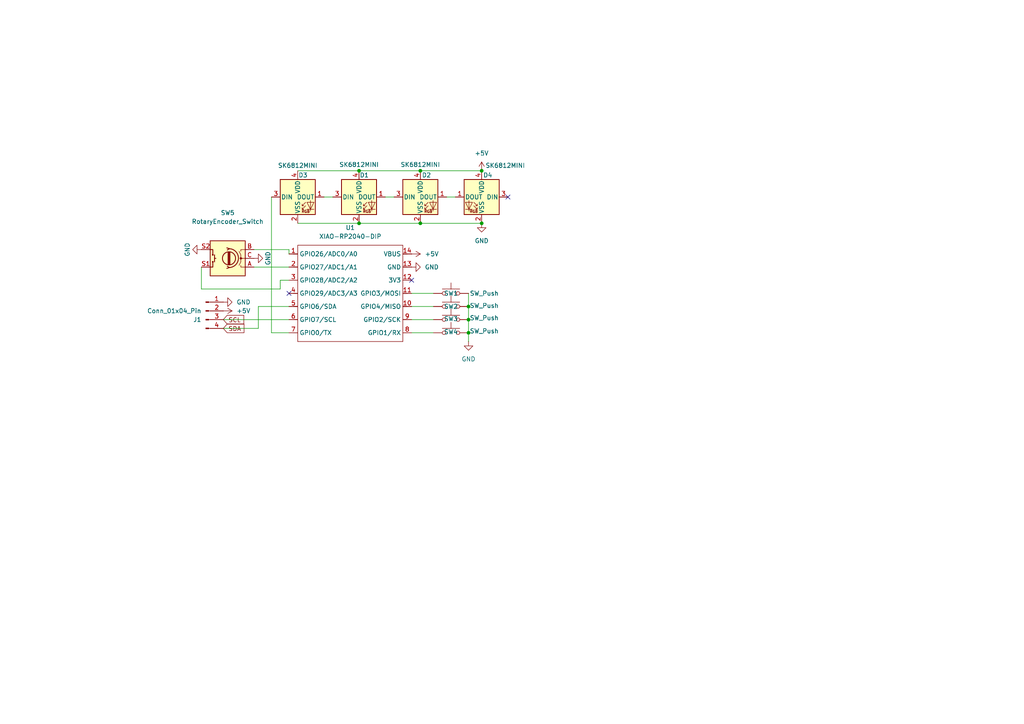
<source format=kicad_sch>
(kicad_sch (version 20231120) (generator "eeschema") (generator_version "8.0")
  (paper "A4")
  (lib_symbols
    (symbol "Connector:Conn_01x04_Pin" (pin_names (offset 1.016) hide)
      (property "Reference" "J" (at 0 5.08 0))
      (property "Value" "Conn_01x04_Pin" (at 0 -7.62 0))
      (symbol "Conn_01x04_Pin_1_1"
        (polyline (pts (xy 1.27 -5.08) (xy 0.8636 -5.08)) (stroke (width 0.1524)))
        (polyline (pts (xy 1.27 -2.54) (xy 0.8636 -2.54)) (stroke (width 0.1524)))
        (polyline (pts (xy 1.27 0) (xy 0.8636 0)) (stroke (width 0.1524)))
        (polyline (pts (xy 1.27 2.54) (xy 0.8636 2.54)) (stroke (width 0.1524)))
        (rectangle (start 0.8636 -4.953) (end 0 -5.207) (stroke (width 0.1524)) (fill (type outline)))
        (rectangle (start 0.8636 -2.413) (end 0 -2.667) (stroke (width 0.1524)) (fill (type outline)))
        (rectangle (start 0.8636 0.127) (end 0 -0.127) (stroke (width 0.1524)) (fill (type outline)))
        (rectangle (start 0.8636 2.667) (end 0 2.413) (stroke (width 0.1524)) (fill (type outline)))
        (pin passive line (at 5.08 2.54 180) (length 3.81) (name "Pin_1") (number "1"))
        (pin passive line (at 5.08 0 180) (length 3.81) (name "Pin_2") (number "2"))
        (pin passive line (at 5.08 -2.54 180) (length 3.81) (name "Pin_3") (number "3"))
        (pin passive line (at 5.08 -5.08 180) (length 3.81) (name "Pin_4") (number "4"))
      )
    )
    (symbol "Device:RotaryEncoder_Switch" (pin_names (offset 0.254) hide)
      (property "Reference" "SW" (at 0 6.604 0))
      (property "Value" "RotaryEncoder_Switch" (at 0 -6.604 0))
      (symbol "RotaryEncoder_Switch_0_1"
        (rectangle (start -5.08 5.08) (end 5.08 -5.08) (stroke (width 0.254)) (fill (type background)))
        (circle (center -3.81 0) (radius 0.254) (fill (type outline)))
        (circle (center -0.381 0) (radius 1.905) (stroke (width 0.254)))
        (arc (start -0.381 2.667) (mid -3.0988 -0.0635) (end -0.381 -2.794) (stroke (width 0.254)))
        (polyline (pts (xy -0.635 -1.778) (xy -0.635 1.778)) (stroke (width 0.254)))
        (polyline (pts (xy -0.381 -1.778) (xy -0.381 1.778)) (stroke (width 0.254)))
        (polyline (pts (xy -0.127 1.778) (xy -0.127 -1.778)) (stroke (width 0.254)))
        (polyline (pts (xy 3.81 0) (xy 3.429 0)) (stroke (width 0.254)))
        (polyline (pts (xy 3.81 1.016) (xy 3.81 -1.016)) (stroke (width 0.254)))
        (polyline (pts (xy -5.08 -2.54) (xy -3.81 -2.54) (xy -3.81 -2.032)))
        (polyline (pts (xy -5.08 2.54) (xy -3.81 2.54) (xy -3.81 2.032)))
        (polyline (pts (xy 0.254 -3.048) (xy -0.508 -2.794) (xy 0.127 -2.413)) (stroke (width 0.254)))
        (polyline (pts (xy 0.254 2.921) (xy -0.508 2.667) (xy 0.127 2.286)) (stroke (width 0.254)))
        (polyline (pts (xy 5.08 -2.54) (xy 4.318 -2.54) (xy 4.318 -1.016)) (stroke (width 0.254)))
        (polyline (pts (xy 5.08 2.54) (xy 4.318 2.54) (xy 4.318 1.016)) (stroke (width 0.254)))
        (polyline (pts (xy -5.08 0) (xy -3.81 0) (xy -3.81 -1.016) (xy -3.302 -2.032)))
        (polyline (pts (xy -4.318 0) (xy -3.81 0) (xy -3.81 1.016) (xy -3.302 2.032)))
        (circle (center 4.318 -1.016) (radius 0.127) (stroke (width 0.254)))
        (circle (center 4.318 1.016) (radius 0.127) (stroke (width 0.254)))
      )
      (symbol "RotaryEncoder_Switch_1_1"
        (pin passive line (at -7.62 2.54 0) (length 2.54) (name "A") (number "A"))
        (pin passive line (at -7.62 -2.54 0) (length 2.54) (name "B") (number "B"))
        (pin passive line (at -7.62 0 0) (length 2.54) (name "C") (number "C"))
        (pin passive line (at 7.62 2.54 180) (length 2.54) (name "S1") (number "S1"))
        (pin passive line (at 7.62 -2.54 180) (length 2.54) (name "S2") (number "S2"))
      )
    )
    (symbol "LED:SK6812MINI" (pin_names (offset 0.254))
      (property "Reference" "D" (at 5.08 5.715 0))
      (property "Value" "SK6812MINI" (at 1.27 -5.715 0))
      (symbol "SK6812MINI_0_0"
        (text "RGB" (at 2.286 -4.191 0) (effects (font (size 0.762 0.762))))
      )
      (symbol "SK6812MINI_0_1"
        (polyline (pts (xy 1.27 -3.556) (xy 1.778 -3.556)))
        (polyline (pts (xy 1.27 -2.54) (xy 1.778 -2.54)))
        (polyline (pts (xy 4.699 -3.556) (xy 2.667 -3.556)))
        (polyline (pts (xy 2.286 -2.54) (xy 1.27 -3.556) (xy 1.27 -3.048)))
        (polyline (pts (xy 2.286 -1.524) (xy 1.27 -2.54) (xy 1.27 -2.032)))
        (polyline (pts (xy 3.683 -1.016) (xy 3.683 -3.556) (xy 3.683 -4.064)))
        (polyline (pts (xy 4.699 -1.524) (xy 2.667 -1.524) (xy 3.683 -3.556) (xy 4.699 -1.524)))
        (rectangle (start 5.08 5.08) (end -5.08 -5.08) (stroke (width 0.254)) (fill (type background)))
      )
      (symbol "SK6812MINI_1_1"
        (pin output line (at 7.62 0 180) (length 2.54) (name "DOUT") (number "1"))
        (pin power_in line (at 0 -7.62 90) (length 2.54) (name "VSS") (number "2"))
        (pin input line (at -7.62 0 0) (length 2.54) (name "DIN") (number "3"))
        (pin power_in line (at 0 7.62 270) (length 2.54) (name "VDD") (number "4"))
      )
    )
    (symbol "OPL:XIAO-RP2040-DIP"
      (property "Reference" "U" (at 0 0 0))
      (property "Value" "XIAO-RP2040-DIP" (at 5.334 -1.778 0))
      (symbol "XIAO-RP2040-DIP_1_0"
        (polyline (pts (xy -1.27 -30.48) (xy -1.27 -16.51)) (stroke (width 0.1524)))
        (polyline (pts (xy -1.27 -27.94) (xy -2.54 -27.94)) (stroke (width 0.1524)))
        (polyline (pts (xy -1.27 -24.13) (xy -2.54 -24.13)) (stroke (width 0.1524)))
        (polyline (pts (xy -1.27 -20.32) (xy -2.54 -20.32)) (stroke (width 0.1524)))
        (polyline (pts (xy -1.27 -16.51) (xy -2.54 -16.51)) (stroke (width 0.1524)))
        (polyline (pts (xy -1.27 -16.51) (xy -1.27 -12.7)) (stroke (width 0.1524)))
        (polyline (pts (xy -1.27 -12.7) (xy -2.54 -12.7)) (stroke (width 0.1524)))
        (polyline (pts (xy -1.27 -12.7) (xy -1.27 -8.89)) (stroke (width 0.1524)))
        (polyline (pts (xy -1.27 -8.89) (xy -2.54 -8.89)) (stroke (width 0.1524)))
        (polyline (pts (xy -1.27 -8.89) (xy -1.27 -5.08)) (stroke (width 0.1524)))
        (polyline (pts (xy -1.27 -5.08) (xy -2.54 -5.08)) (stroke (width 0.1524)))
        (polyline (pts (xy -1.27 -5.08) (xy -1.27 -2.54)) (stroke (width 0.1524)))
        (polyline (pts (xy -1.27 -2.54) (xy 29.21 -2.54)) (stroke (width 0.1524)))
        (polyline (pts (xy 29.21 -30.48) (xy -1.27 -30.48)) (stroke (width 0.1524)))
        (polyline (pts (xy 29.21 -12.7) (xy 29.21 -30.48)) (stroke (width 0.1524)))
        (polyline (pts (xy 29.21 -8.89) (xy 29.21 -12.7)) (stroke (width 0.1524)))
        (polyline (pts (xy 29.21 -5.08) (xy 29.21 -8.89)) (stroke (width 0.1524)))
        (polyline (pts (xy 29.21 -2.54) (xy 29.21 -5.08)) (stroke (width 0.1524)))
        (polyline (pts (xy 30.48 -27.94) (xy 29.21 -27.94)) (stroke (width 0.1524)))
        (polyline (pts (xy 30.48 -24.13) (xy 29.21 -24.13)) (stroke (width 0.1524)))
        (polyline (pts (xy 30.48 -20.32) (xy 29.21 -20.32)) (stroke (width 0.1524)))
        (polyline (pts (xy 30.48 -16.51) (xy 29.21 -16.51)) (stroke (width 0.1524)))
        (polyline (pts (xy 30.48 -12.7) (xy 29.21 -12.7)) (stroke (width 0.1524)))
        (polyline (pts (xy 30.48 -8.89) (xy 29.21 -8.89)) (stroke (width 0.1524)))
        (polyline (pts (xy 30.48 -5.08) (xy 29.21 -5.08)) (stroke (width 0.1524)))
        (pin passive line (at -3.81 -5.08 0) (length 2.54) (name "GPIO26/ADC0/A0") (number "1"))
        (pin passive line (at 31.75 -20.32 180) (length 2.54) (name "GPIO4/MISO") (number "10"))
        (pin passive line (at 31.75 -16.51 180) (length 2.54) (name "GPIO3/MOSI") (number "11"))
        (pin passive line (at 31.75 -12.7 180) (length 2.54) (name "3V3") (number "12"))
        (pin passive line (at 31.75 -8.89 180) (length 2.54) (name "GND") (number "13"))
        (pin passive line (at 31.75 -5.08 180) (length 2.54) (name "VBUS") (number "14"))
        (pin passive line (at -3.81 -8.89 0) (length 2.54) (name "GPIO27/ADC1/A1") (number "2"))
        (pin passive line (at -3.81 -12.7 0) (length 2.54) (name "GPIO28/ADC2/A2") (number "3"))
        (pin passive line (at -3.81 -16.51 0) (length 2.54) (name "GPIO29/ADC3/A3") (number "4"))
        (pin passive line (at -3.81 -20.32 0) (length 2.54) (name "GPIO6/SDA") (number "5"))
        (pin passive line (at -3.81 -24.13 0) (length 2.54) (name "GPIO7/SCL") (number "6"))
        (pin passive line (at -3.81 -27.94 0) (length 2.54) (name "GPIO0/TX") (number "7"))
        (pin passive line (at 31.75 -27.94 180) (length 2.54) (name "GPIO1/RX") (number "8"))
        (pin passive line (at 31.75 -24.13 180) (length 2.54) (name "GPIO2/SCK") (number "9"))
      )
    )
    (symbol "Switch:SW_Push" (pin_numbers hide) (pin_names (offset 1.016) hide)
      (property "Reference" "SW" (at 1.27 2.54 0))
      (property "Value" "SW_Push" (at 0 -1.524 0))
      (symbol "SW_Push_0_1"
        (circle (center -2.032 0) (radius 0.508))
        (polyline (pts (xy 0 1.27) (xy 0 3.048)))
        (polyline (pts (xy 2.54 1.27) (xy -2.54 1.27)))
        (circle (center 2.032 0) (radius 0.508))
        (pin passive line (at -5.08 0 0) (length 2.54) (name "1") (number "1"))
        (pin passive line (at 5.08 0 180) (length 2.54) (name "2") (number "2"))
      )
    )
    (symbol "power:+5V" (power) (pin_numbers hide) (pin_names (offset 0) hide)
      (property "Value" "+5V" (at 0 3.556 0))
      (symbol "+5V_0_1"
        (polyline (pts (xy -0.762 1.27) (xy 0 2.54)))
        (polyline (pts (xy 0 0) (xy 0 2.54)))
        (polyline (pts (xy 0 2.54) (xy 0.762 1.27)))
      )
      (symbol "+5V_1_1"
        (pin power_in line (at 0 0 90) (length 0) (name "~") (number "1"))
      )
    )
    (symbol "power:GND" (power) (pin_numbers hide) (pin_names (offset 0) hide)
      (property "Value" "GND" (at 0 -3.81 0))
      (symbol "GND_0_1"
        (polyline (pts (xy 0 0) (xy 0 -1.27) (xy 1.27 -1.27) (xy 0 -2.54) (xy -1.27 -1.27) (xy 0 -1.27)))
      )
      (symbol "GND_1_1"
        (pin power_in line (at 0 0 270) (length 0) (name "~") (number "1"))
      )
    )
  )
  (junction (at 121.92 64.77))
  (junction (at 135.89 88.9))
  (junction (at 139.7 49.53))
  (junction (at 104.14 64.77))
  (junction (at 104.14 49.53))
  (junction (at 135.89 92.71))
  (junction (at 135.89 96.52))
  (junction (at 139.7 64.77))
  (junction (at 121.92 49.53))
  (no_connect (at 83.82 85.09))
  (no_connect (at 147.32 57.15))
  (no_connect (at 119.38 81.28))
  (wire (pts (xy 135.89 85.09) (xy 135.89 88.9)))
  (wire (pts (xy 119.38 96.52) (xy 125.73 96.52)))
  (wire (pts (xy 93.98 57.15) (xy 96.52 57.15)))
  (wire (pts (xy 64.77 92.71) (xy 83.82 92.71)))
  (wire (pts (xy 129.54 57.15) (xy 132.08 57.15)))
  (wire (pts (xy 86.36 64.77) (xy 104.14 64.77)))
  (wire (pts (xy 135.89 88.9) (xy 135.89 92.71)))
  (wire (pts (xy 135.89 92.71) (xy 135.89 96.52)))
  (wire (pts (xy 81.28 83.82) (xy 81.28 81.28)))
  (wire (pts (xy 58.42 83.82) (xy 81.28 83.82)))
  (wire (pts (xy 78.74 96.52) (xy 83.82 96.52)))
  (wire (pts (xy 119.38 88.9) (xy 125.73 88.9)))
  (wire (pts (xy 58.42 77.47) (xy 58.42 83.82)))
  (wire (pts (xy 135.89 96.52) (xy 135.89 99.06)))
  (wire (pts (xy 111.76 57.15) (xy 114.3 57.15)))
  (wire (pts (xy 74.93 88.9) (xy 83.82 88.9)))
  (wire (pts (xy 86.36 49.53) (xy 104.14 49.53)))
  (wire (pts (xy 121.92 64.77) (xy 139.7 64.77)))
  (wire (pts (xy 74.93 95.25) (xy 74.93 88.9)))
  (wire (pts (xy 73.66 77.47) (xy 83.82 77.47)))
  (wire (pts (xy 104.14 49.53) (xy 121.92 49.53)))
  (wire (pts (xy 119.38 92.71) (xy 125.73 92.71)))
  (wire (pts (xy 73.66 72.39) (xy 83.82 72.39)))
  (wire (pts (xy 78.74 57.15) (xy 78.74 96.52)))
  (wire (pts (xy 64.77 95.25) (xy 74.93 95.25)))
  (wire (pts (xy 83.82 72.39) (xy 83.82 73.66)))
  (wire (pts (xy 119.38 85.09) (xy 125.73 85.09)))
  (wire (pts (xy 104.14 64.77) (xy 121.92 64.77)))
  (wire (pts (xy 121.92 49.53) (xy 139.7 49.53)))
  (wire (pts (xy 81.28 81.28) (xy 83.82 81.28)))
  (global_label "SDA" (shape input) (at 64.77 95.25 0) (property "Intersheetrefs" "${INTERSHEET_REFS}" (effects (hide yes))))
  (global_label "SCL" (shape input) (at 64.77 92.71 0) (property "Intersheetrefs" "${INTERSHEET_REFS}" (effects (hide yes))))
  (symbol (lib_id "power:GND") (at 64.77 87.63 90) (unit 1)
    (property "Reference" "#PWR07" (effects (hide yes)))
    (property "Value" "GND" (at 68.58 87.6301 90) (effects (justify right)))
    (property "Description" "Power symbol creates a global label with name \"GND\" , ground" (effects (hide yes)))
  )
  (symbol (lib_id "power:+5V") (at 119.38 73.66 270) (unit 1)
    (property "Reference" "#PWR03" (effects (hide yes)))
    (property "Value" "+5V" (at 123.19 73.6599 90) (effects (justify left)))
    (property "Description" "Power symbol creates a global label with name \"+5V\"" (effects (hide yes)))
  )
  (symbol (lib_id "power:GND") (at 73.66 74.93 90) (unit 1)
    (property "Reference" "#PWR09" (effects (hide yes)))
    (property "Value" "GND" (at 77.724 74.93 0))
    (property "Description" "Power symbol creates a global label with name \"GND\" , ground" (effects (hide yes)))
  )
  (symbol (lib_id "Switch:SW_Push") (at 130.81 85.09 0) (unit 1)
    (property "Reference" "SW1" (at 130.81 85.09 0))
    (property "Value" "SW_Push" (at 140.462 85.09 0))
    (property "Footprint" "Button_Switch_Keyboard:SW_Cherry_MX_1.00u_PCB" (effects (hide yes)))
    (property "Description" "Push button switch, generic, two pins" (effects (hide yes)))
  )
  (symbol (lib_id "Device:RotaryEncoder_Switch") (at 66.04 74.93 180) (unit 1)
    (property "Reference" "SW5" (at 66.04 61.722 0))
    (property "Value" "RotaryEncoder_Switch" (at 66.04 64.262 0))
    (property "Footprint" "Rotary_Encoder:RotaryEncoder_Alps_EC11E-Switch_Vertical_H20mm_CircularMountingHoles" (effects (hide yes)))
    (property "Description" "Rotary encoder, dual channel, incremental quadrate outputs, with switch" (effects (hide yes)))
  )
  (symbol (lib_id "power:GND") (at 135.89 99.06 0) (unit 1)
    (property "Reference" "#PWR01" (effects (hide yes)))
    (property "Value" "GND" (at 135.89 104.14 0))
    (property "Description" "Power symbol creates a global label with name \"GND\" , ground" (effects (hide yes)))
  )
  (symbol (lib_id "power:+5V") (at 139.7 49.53 0) (unit 1)
    (property "Reference" "#PWR05" (effects (hide yes)))
    (property "Value" "+5V" (at 139.7 44.45 0))
    (property "Description" "Power symbol creates a global label with name \"+5V\"" (effects (hide yes)))
  )
  (symbol (lib_id "Connector:Conn_01x04_Pin") (at 59.69 90.17 0) (unit 1)
    (property "Reference" "J1" (at 58.42 92.7101 0) (effects (justify right)))
    (property "Value" "Conn_01x04_Pin" (at 58.42 90.1701 0) (effects (justify right)))
    (property "Footprint" "hackpadv1:SSD1306-0.91-OLED-4pin-128x32" (effects (hide yes)))
    (property "Description" "Generic connector, single row, 01x04, script generated" (effects (hide yes)))
  )
  (symbol (lib_id "LED:SK6812MINI") (at 139.7 57.15 0) (mirror y) (unit 1)
    (property "Reference" "D4" (at 141.478 50.8 0))
    (property "Value" "SK6812MINI" (at 146.558 48.006 0))
    (property "Footprint" "LED_SMD:LED_SK6812MINI_PLCC4_3.5x3.5mm_P1.75mm" (effects (hide yes)))
    (property "Datasheet" "https://cdn-shop.adafruit.com/product-files/2686/SK6812MINI_REV.01-1-2.pdf" (effects (hide yes)))
    (property "Description" "RGB LED with integrated controller" (effects (hide yes)))
  )
  (symbol (lib_id "LED:SK6812MINI") (at 104.14 57.15 0) (unit 1)
    (property "Reference" "D1" (at 105.664 50.8 0))
    (property "Value" "SK6812MINI" (at 104.14 47.752 0))
    (property "Footprint" "LED_SMD:LED_SK6812MINI_PLCC4_3.5x3.5mm_P1.75mm" (effects (hide yes)))
    (property "Datasheet" "https://cdn-shop.adafruit.com/product-files/2686/SK6812MINI_REV.01-1-2.pdf" (effects (hide yes)))
    (property "Description" "RGB LED with integrated controller" (effects (hide yes)))
  )
  (symbol (lib_id "power:GND") (at 58.42 72.39 270) (unit 1)
    (property "Reference" "#PWR08" (effects (hide yes)))
    (property "Value" "GND" (at 54.356 72.39 0))
    (property "Description" "Power symbol creates a global label with name \"GND\" , ground" (effects (hide yes)))
  )
  (symbol (lib_id "LED:SK6812MINI") (at 121.92 57.15 0) (unit 1)
    (property "Reference" "D2" (at 123.698 50.8 0))
    (property "Value" "SK6812MINI" (at 121.92 47.752 0))
    (property "Footprint" "LED_SMD:LED_SK6812MINI_PLCC4_3.5x3.5mm_P1.75mm" (effects (hide yes)))
    (property "Datasheet" "https://cdn-shop.adafruit.com/product-files/2686/SK6812MINI_REV.01-1-2.pdf" (effects (hide yes)))
    (property "Description" "RGB LED with integrated controller" (effects (hide yes)))
  )
  (symbol (lib_id "Switch:SW_Push") (at 130.81 92.71 0) (unit 1)
    (property "Reference" "SW3" (at 130.81 92.456 0))
    (property "Value" "SW_Push" (at 140.462 92.202 0))
    (property "Footprint" "Button_Switch_Keyboard:SW_Cherry_MX_1.00u_PCB" (effects (hide yes)))
    (property "Description" "Push button switch, generic, two pins" (effects (hide yes)))
  )
  (symbol (lib_id "Switch:SW_Push") (at 130.81 88.9 0) (unit 1)
    (property "Reference" "SW2" (at 130.81 88.9 0))
    (property "Value" "SW_Push" (at 140.462 88.646 0))
    (property "Footprint" "Button_Switch_Keyboard:SW_Cherry_MX_1.00u_PCB" (effects (hide yes)))
    (property "Description" "Push button switch, generic, two pins" (effects (hide yes)))
  )
  (symbol (lib_id "power:+5V") (at 64.77 90.17 270) (unit 1)
    (property "Reference" "#PWR06" (effects (hide yes)))
    (property "Value" "+5V" (at 68.58 90.1701 90) (effects (justify left)))
    (property "Description" "Power symbol creates a global label with name \"+5V\"" (effects (hide yes)))
  )
  (symbol (lib_id "LED:SK6812MINI") (at 86.36 57.15 0) (unit 1)
    (property "Reference" "D3" (at 87.884 50.8 0))
    (property "Value" "SK6812MINI" (at 86.36 48.006 0))
    (property "Footprint" "LED_SMD:LED_SK6812MINI_PLCC4_3.5x3.5mm_P1.75mm" (effects (hide yes)))
    (property "Datasheet" "https://cdn-shop.adafruit.com/product-files/2686/SK6812MINI_REV.01-1-2.pdf" (effects (hide yes)))
    (property "Description" "RGB LED with integrated controller" (effects (hide yes)))
  )
  (symbol (lib_id "OPL:XIAO-RP2040-DIP") (at 87.63 68.58 0) (unit 1)
    (property "Reference" "U1" (at 101.6 66.04 0))
    (property "Value" "XIAO-RP2040-DIP" (at 101.6 68.58 0))
    (property "Footprint" "OPL:XIAO-RP2040-DIP" (effects (hide yes)))
  )
  (symbol (lib_id "power:GND") (at 119.38 77.47 90) (unit 1)
    (property "Reference" "#PWR02" (effects (hide yes)))
    (property "Value" "GND" (at 123.19 77.4699 90) (effects (justify right)))
    (property "Description" "Power symbol creates a global label with name \"GND\" , ground" (effects (hide yes)))
  )
  (symbol (lib_id "power:GND") (at 139.7 64.77 0) (unit 1)
    (property "Reference" "#PWR04" (effects (hide yes)))
    (property "Value" "GND" (at 139.7 69.85 0))
    (property "Description" "Power symbol creates a global label with name \"GND\" , ground" (effects (hide yes)))
  )
  (symbol (lib_id "Switch:SW_Push") (at 130.81 96.52 0) (unit 1)
    (property "Reference" "SW4" (at 130.81 96.266 0))
    (property "Value" "SW_Push" (at 140.462 96.012 0))
    (property "Footprint" "Button_Switch_Keyboard:SW_Cherry_MX_1.00u_PCB" (effects (hide yes)))
    (property "Description" "Push button switch, generic, two pins" (effects (hide yes)))
  )
)
</source>
